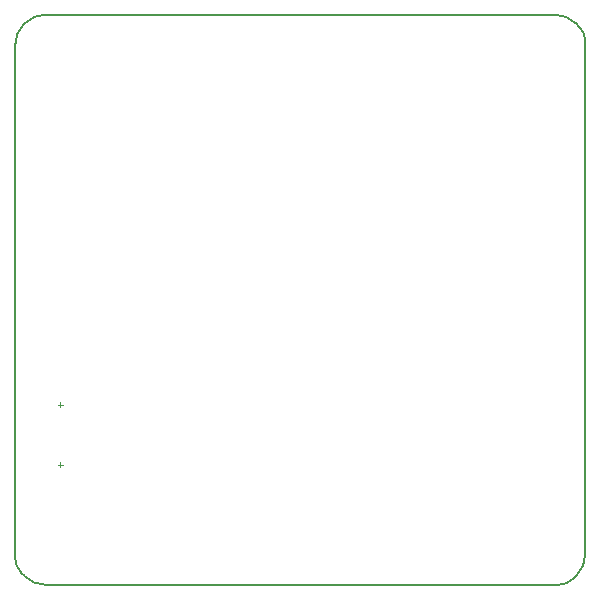
<source format=gm1>
G04 Layer_Color=16711935*
%FSLAX24Y24*%
%MOIN*%
G70*
G01*
G75*
%ADD33C,0.0063*%
%ADD60C,0.0039*%
D33*
X0Y883D02*
G03*
X200Y400I683J0D01*
G01*
X317Y283D02*
G03*
X1000Y0I683J683D01*
G01*
X18117D02*
G03*
X18600Y200I0J683D01*
G01*
X18717Y317D02*
G03*
X19000Y1000I-683J683D01*
G01*
Y18117D02*
G03*
X18800Y18600I-683J0D01*
G01*
X18683Y18717D02*
G03*
X18000Y19000I-683J-683D01*
G01*
X1000D02*
G03*
X317Y18717I0J-966D01*
G01*
X283Y18683D02*
G03*
X0Y18000I683J-683D01*
G01*
Y1200D02*
Y2000D01*
Y883D02*
Y1200D01*
X200Y400D02*
X317Y283D01*
X1000Y0D02*
X16300D01*
X17900D01*
X18117D01*
X18600Y200D02*
X18717Y317D01*
X19000Y1000D02*
Y14900D01*
Y18000D01*
Y18117D01*
X18683Y18717D02*
X18800Y18600D01*
X1000Y19000D02*
X18000D01*
X300Y18700D02*
X317Y18717D01*
X283Y18683D02*
X300Y18700D01*
X0Y17500D02*
Y18000D01*
Y2000D02*
Y17500D01*
D60*
X1421Y4000D02*
X1579D01*
X1500Y3921D02*
Y4079D01*
X1421Y6000D02*
X1579D01*
X1500Y5921D02*
Y6079D01*
M02*

</source>
